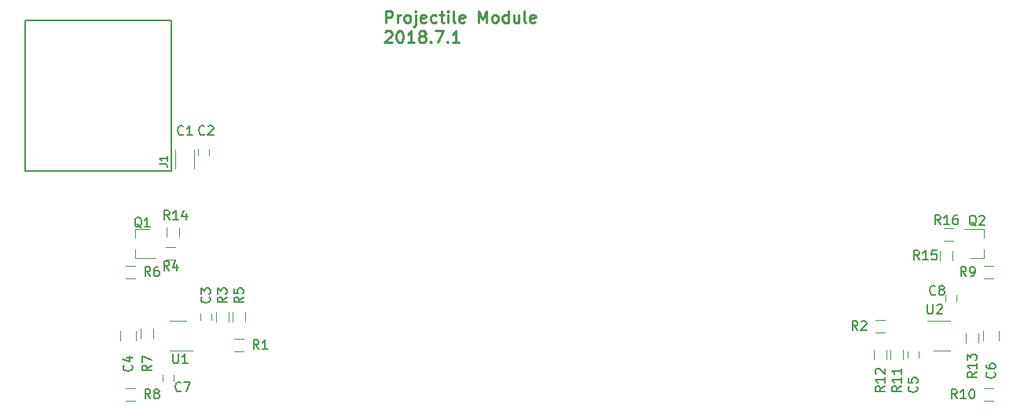
<source format=gbr>
G04 #@! TF.FileFunction,Legend,Top*
%FSLAX46Y46*%
G04 Gerber Fmt 4.6, Leading zero omitted, Abs format (unit mm)*
G04 Created by KiCad (PCBNEW 4.0.7) date 06/27/18 15:52:41*
%MOMM*%
%LPD*%
G01*
G04 APERTURE LIST*
%ADD10C,0.150000*%
%ADD11C,0.254000*%
%ADD12C,0.149860*%
%ADD13C,0.120000*%
G04 APERTURE END LIST*
D10*
D11*
X64818381Y-26165024D02*
X64818381Y-24895024D01*
X65302190Y-24895024D01*
X65423143Y-24955500D01*
X65483619Y-25015976D01*
X65544095Y-25136929D01*
X65544095Y-25318357D01*
X65483619Y-25439310D01*
X65423143Y-25499786D01*
X65302190Y-25560262D01*
X64818381Y-25560262D01*
X66088381Y-26165024D02*
X66088381Y-25318357D01*
X66088381Y-25560262D02*
X66148857Y-25439310D01*
X66209333Y-25378833D01*
X66330286Y-25318357D01*
X66451238Y-25318357D01*
X67056000Y-26165024D02*
X66935047Y-26104548D01*
X66874571Y-26044071D01*
X66814095Y-25923119D01*
X66814095Y-25560262D01*
X66874571Y-25439310D01*
X66935047Y-25378833D01*
X67056000Y-25318357D01*
X67237428Y-25318357D01*
X67358380Y-25378833D01*
X67418857Y-25439310D01*
X67479333Y-25560262D01*
X67479333Y-25923119D01*
X67418857Y-26044071D01*
X67358380Y-26104548D01*
X67237428Y-26165024D01*
X67056000Y-26165024D01*
X68023619Y-25318357D02*
X68023619Y-26406929D01*
X67963143Y-26527881D01*
X67842190Y-26588357D01*
X67781714Y-26588357D01*
X68023619Y-24895024D02*
X67963143Y-24955500D01*
X68023619Y-25015976D01*
X68084095Y-24955500D01*
X68023619Y-24895024D01*
X68023619Y-25015976D01*
X69112190Y-26104548D02*
X68991238Y-26165024D01*
X68749333Y-26165024D01*
X68628381Y-26104548D01*
X68567905Y-25983595D01*
X68567905Y-25499786D01*
X68628381Y-25378833D01*
X68749333Y-25318357D01*
X68991238Y-25318357D01*
X69112190Y-25378833D01*
X69172667Y-25499786D01*
X69172667Y-25620738D01*
X68567905Y-25741690D01*
X70261238Y-26104548D02*
X70140285Y-26165024D01*
X69898381Y-26165024D01*
X69777428Y-26104548D01*
X69716952Y-26044071D01*
X69656476Y-25923119D01*
X69656476Y-25560262D01*
X69716952Y-25439310D01*
X69777428Y-25378833D01*
X69898381Y-25318357D01*
X70140285Y-25318357D01*
X70261238Y-25378833D01*
X70624094Y-25318357D02*
X71107904Y-25318357D01*
X70805523Y-24895024D02*
X70805523Y-25983595D01*
X70865999Y-26104548D01*
X70986952Y-26165024D01*
X71107904Y-26165024D01*
X71531237Y-26165024D02*
X71531237Y-25318357D01*
X71531237Y-24895024D02*
X71470761Y-24955500D01*
X71531237Y-25015976D01*
X71591713Y-24955500D01*
X71531237Y-24895024D01*
X71531237Y-25015976D01*
X72317428Y-26165024D02*
X72196475Y-26104548D01*
X72135999Y-25983595D01*
X72135999Y-24895024D01*
X73285046Y-26104548D02*
X73164094Y-26165024D01*
X72922189Y-26165024D01*
X72801237Y-26104548D01*
X72740761Y-25983595D01*
X72740761Y-25499786D01*
X72801237Y-25378833D01*
X72922189Y-25318357D01*
X73164094Y-25318357D01*
X73285046Y-25378833D01*
X73345523Y-25499786D01*
X73345523Y-25620738D01*
X72740761Y-25741690D01*
X74857427Y-26165024D02*
X74857427Y-24895024D01*
X75280760Y-25802167D01*
X75704094Y-24895024D01*
X75704094Y-26165024D01*
X76490285Y-26165024D02*
X76369332Y-26104548D01*
X76308856Y-26044071D01*
X76248380Y-25923119D01*
X76248380Y-25560262D01*
X76308856Y-25439310D01*
X76369332Y-25378833D01*
X76490285Y-25318357D01*
X76671713Y-25318357D01*
X76792665Y-25378833D01*
X76853142Y-25439310D01*
X76913618Y-25560262D01*
X76913618Y-25923119D01*
X76853142Y-26044071D01*
X76792665Y-26104548D01*
X76671713Y-26165024D01*
X76490285Y-26165024D01*
X78002190Y-26165024D02*
X78002190Y-24895024D01*
X78002190Y-26104548D02*
X77881237Y-26165024D01*
X77639333Y-26165024D01*
X77518380Y-26104548D01*
X77457904Y-26044071D01*
X77397428Y-25923119D01*
X77397428Y-25560262D01*
X77457904Y-25439310D01*
X77518380Y-25378833D01*
X77639333Y-25318357D01*
X77881237Y-25318357D01*
X78002190Y-25378833D01*
X79151238Y-25318357D02*
X79151238Y-26165024D01*
X78606952Y-25318357D02*
X78606952Y-25983595D01*
X78667428Y-26104548D01*
X78788381Y-26165024D01*
X78969809Y-26165024D01*
X79090761Y-26104548D01*
X79151238Y-26044071D01*
X79937429Y-26165024D02*
X79816476Y-26104548D01*
X79756000Y-25983595D01*
X79756000Y-24895024D01*
X80905047Y-26104548D02*
X80784095Y-26165024D01*
X80542190Y-26165024D01*
X80421238Y-26104548D01*
X80360762Y-25983595D01*
X80360762Y-25499786D01*
X80421238Y-25378833D01*
X80542190Y-25318357D01*
X80784095Y-25318357D01*
X80905047Y-25378833D01*
X80965524Y-25499786D01*
X80965524Y-25620738D01*
X80360762Y-25741690D01*
X64757905Y-27174976D02*
X64818381Y-27114500D01*
X64939333Y-27054024D01*
X65241714Y-27054024D01*
X65362667Y-27114500D01*
X65423143Y-27174976D01*
X65483619Y-27295929D01*
X65483619Y-27416881D01*
X65423143Y-27598310D01*
X64697429Y-28324024D01*
X65483619Y-28324024D01*
X66269810Y-27054024D02*
X66390762Y-27054024D01*
X66511714Y-27114500D01*
X66572191Y-27174976D01*
X66632667Y-27295929D01*
X66693143Y-27537833D01*
X66693143Y-27840214D01*
X66632667Y-28082119D01*
X66572191Y-28203071D01*
X66511714Y-28263548D01*
X66390762Y-28324024D01*
X66269810Y-28324024D01*
X66148857Y-28263548D01*
X66088381Y-28203071D01*
X66027905Y-28082119D01*
X65967429Y-27840214D01*
X65967429Y-27537833D01*
X66027905Y-27295929D01*
X66088381Y-27174976D01*
X66148857Y-27114500D01*
X66269810Y-27054024D01*
X67902667Y-28324024D02*
X67176953Y-28324024D01*
X67539810Y-28324024D02*
X67539810Y-27054024D01*
X67418858Y-27235452D01*
X67297905Y-27356405D01*
X67176953Y-27416881D01*
X68628382Y-27598310D02*
X68507429Y-27537833D01*
X68446953Y-27477357D01*
X68386477Y-27356405D01*
X68386477Y-27295929D01*
X68446953Y-27174976D01*
X68507429Y-27114500D01*
X68628382Y-27054024D01*
X68870286Y-27054024D01*
X68991239Y-27114500D01*
X69051715Y-27174976D01*
X69112191Y-27295929D01*
X69112191Y-27356405D01*
X69051715Y-27477357D01*
X68991239Y-27537833D01*
X68870286Y-27598310D01*
X68628382Y-27598310D01*
X68507429Y-27658786D01*
X68446953Y-27719262D01*
X68386477Y-27840214D01*
X68386477Y-28082119D01*
X68446953Y-28203071D01*
X68507429Y-28263548D01*
X68628382Y-28324024D01*
X68870286Y-28324024D01*
X68991239Y-28263548D01*
X69051715Y-28203071D01*
X69112191Y-28082119D01*
X69112191Y-27840214D01*
X69051715Y-27719262D01*
X68991239Y-27658786D01*
X68870286Y-27598310D01*
X69656477Y-28203071D02*
X69716953Y-28263548D01*
X69656477Y-28324024D01*
X69596001Y-28263548D01*
X69656477Y-28203071D01*
X69656477Y-28324024D01*
X70140287Y-27054024D02*
X70986953Y-27054024D01*
X70442668Y-28324024D01*
X71470763Y-28203071D02*
X71531239Y-28263548D01*
X71470763Y-28324024D01*
X71410287Y-28263548D01*
X71470763Y-28203071D01*
X71470763Y-28324024D01*
X72740763Y-28324024D02*
X72015049Y-28324024D01*
X72377906Y-28324024D02*
X72377906Y-27054024D01*
X72256954Y-27235452D01*
X72136001Y-27356405D01*
X72015049Y-27416881D01*
D12*
X25962000Y-25906000D02*
X41712000Y-25906000D01*
X41712000Y-25906000D02*
X41712000Y-42166000D01*
X41712000Y-42166000D02*
X25962000Y-42166000D01*
X25962000Y-42166000D02*
X25962000Y-25906000D01*
D13*
X44612000Y-40482000D02*
X44612000Y-39782000D01*
X45812000Y-39782000D02*
X45812000Y-40482000D01*
X44200000Y-41894000D02*
X44200000Y-39894000D01*
X42160000Y-39894000D02*
X42160000Y-41894000D01*
X37848000Y-48458000D02*
X37848000Y-49388000D01*
X37848000Y-51618000D02*
X37848000Y-50688000D01*
X37848000Y-51618000D02*
X40008000Y-51618000D01*
X37848000Y-48458000D02*
X39308000Y-48458000D01*
X46066000Y-57562000D02*
X46066000Y-58262000D01*
X44866000Y-58262000D02*
X44866000Y-57562000D01*
X36234000Y-59444000D02*
X36234000Y-60444000D01*
X37934000Y-60444000D02*
X37934000Y-59444000D01*
X121066000Y-62326000D02*
X121066000Y-61626000D01*
X122266000Y-61626000D02*
X122266000Y-62326000D01*
X130898000Y-60444000D02*
X130898000Y-59444000D01*
X129198000Y-59444000D02*
X129198000Y-60444000D01*
X49522000Y-61640000D02*
X48522000Y-61640000D01*
X48522000Y-60280000D02*
X49522000Y-60280000D01*
X117610000Y-58248000D02*
X118610000Y-58248000D01*
X118610000Y-59608000D02*
X117610000Y-59608000D01*
X47924000Y-57412000D02*
X47924000Y-58412000D01*
X46564000Y-58412000D02*
X46564000Y-57412000D01*
X41156000Y-50374000D02*
X42156000Y-50374000D01*
X42156000Y-51734000D02*
X41156000Y-51734000D01*
X49702000Y-57412000D02*
X49702000Y-58412000D01*
X48342000Y-58412000D02*
X48342000Y-57412000D01*
X37838000Y-53766000D02*
X36838000Y-53766000D01*
X36838000Y-52406000D02*
X37838000Y-52406000D01*
X38436000Y-60190000D02*
X38436000Y-59190000D01*
X39796000Y-59190000D02*
X39796000Y-60190000D01*
X37838000Y-66974000D02*
X36838000Y-66974000D01*
X36838000Y-65614000D02*
X37838000Y-65614000D01*
X129294000Y-52406000D02*
X130294000Y-52406000D01*
X130294000Y-53766000D02*
X129294000Y-53766000D01*
X129294000Y-65614000D02*
X130294000Y-65614000D01*
X130294000Y-66974000D02*
X129294000Y-66974000D01*
X119208000Y-62476000D02*
X119208000Y-61476000D01*
X120568000Y-61476000D02*
X120568000Y-62476000D01*
X117430000Y-62476000D02*
X117430000Y-61476000D01*
X118790000Y-61476000D02*
X118790000Y-62476000D01*
X128696000Y-59698000D02*
X128696000Y-60698000D01*
X127336000Y-60698000D02*
X127336000Y-59698000D01*
X43318000Y-58334000D02*
X41518000Y-58334000D01*
X41518000Y-61554000D02*
X43968000Y-61554000D01*
X123814000Y-61554000D02*
X125614000Y-61554000D01*
X125614000Y-58334000D02*
X123164000Y-58334000D01*
X42590000Y-48268000D02*
X42590000Y-49268000D01*
X41230000Y-49268000D02*
X41230000Y-48268000D01*
X129284000Y-51618000D02*
X129284000Y-50688000D01*
X129284000Y-48458000D02*
X129284000Y-49388000D01*
X129284000Y-48458000D02*
X127124000Y-48458000D01*
X129284000Y-51618000D02*
X127824000Y-51618000D01*
X124542000Y-51808000D02*
X124542000Y-50808000D01*
X125902000Y-50808000D02*
X125902000Y-51808000D01*
X124976000Y-48342000D02*
X125976000Y-48342000D01*
X125976000Y-49702000D02*
X124976000Y-49702000D01*
X40802000Y-64866000D02*
X40802000Y-64166000D01*
X42002000Y-64166000D02*
X42002000Y-64866000D01*
X126330000Y-55530000D02*
X126330000Y-56230000D01*
X125130000Y-56230000D02*
X125130000Y-55530000D01*
D10*
X40455905Y-41414666D02*
X41027333Y-41414666D01*
X41141619Y-41452762D01*
X41217810Y-41528952D01*
X41255905Y-41643238D01*
X41255905Y-41719428D01*
X41255905Y-40614666D02*
X41255905Y-41071809D01*
X41255905Y-40843238D02*
X40455905Y-40843238D01*
X40570190Y-40919428D01*
X40646381Y-40995619D01*
X40684476Y-41071809D01*
X45299334Y-38203143D02*
X45251715Y-38250762D01*
X45108858Y-38298381D01*
X45013620Y-38298381D01*
X44870762Y-38250762D01*
X44775524Y-38155524D01*
X44727905Y-38060286D01*
X44680286Y-37869810D01*
X44680286Y-37726952D01*
X44727905Y-37536476D01*
X44775524Y-37441238D01*
X44870762Y-37346000D01*
X45013620Y-37298381D01*
X45108858Y-37298381D01*
X45251715Y-37346000D01*
X45299334Y-37393619D01*
X45680286Y-37393619D02*
X45727905Y-37346000D01*
X45823143Y-37298381D01*
X46061239Y-37298381D01*
X46156477Y-37346000D01*
X46204096Y-37393619D01*
X46251715Y-37488857D01*
X46251715Y-37584095D01*
X46204096Y-37726952D01*
X45632667Y-38298381D01*
X46251715Y-38298381D01*
X43013334Y-38203143D02*
X42965715Y-38250762D01*
X42822858Y-38298381D01*
X42727620Y-38298381D01*
X42584762Y-38250762D01*
X42489524Y-38155524D01*
X42441905Y-38060286D01*
X42394286Y-37869810D01*
X42394286Y-37726952D01*
X42441905Y-37536476D01*
X42489524Y-37441238D01*
X42584762Y-37346000D01*
X42727620Y-37298381D01*
X42822858Y-37298381D01*
X42965715Y-37346000D01*
X43013334Y-37393619D01*
X43965715Y-38298381D02*
X43394286Y-38298381D01*
X43680000Y-38298381D02*
X43680000Y-37298381D01*
X43584762Y-37441238D01*
X43489524Y-37536476D01*
X43394286Y-37584095D01*
X38512762Y-48299619D02*
X38417524Y-48252000D01*
X38322286Y-48156762D01*
X38179429Y-48013905D01*
X38084190Y-47966286D01*
X37988952Y-47966286D01*
X38036571Y-48204381D02*
X37941333Y-48156762D01*
X37846095Y-48061524D01*
X37798476Y-47871048D01*
X37798476Y-47537714D01*
X37846095Y-47347238D01*
X37941333Y-47252000D01*
X38036571Y-47204381D01*
X38227048Y-47204381D01*
X38322286Y-47252000D01*
X38417524Y-47347238D01*
X38465143Y-47537714D01*
X38465143Y-47871048D01*
X38417524Y-48061524D01*
X38322286Y-48156762D01*
X38227048Y-48204381D01*
X38036571Y-48204381D01*
X39417524Y-48204381D02*
X38846095Y-48204381D01*
X39131809Y-48204381D02*
X39131809Y-47204381D01*
X39036571Y-47347238D01*
X38941333Y-47442476D01*
X38846095Y-47490095D01*
X45823143Y-55792666D02*
X45870762Y-55840285D01*
X45918381Y-55983142D01*
X45918381Y-56078380D01*
X45870762Y-56221238D01*
X45775524Y-56316476D01*
X45680286Y-56364095D01*
X45489810Y-56411714D01*
X45346952Y-56411714D01*
X45156476Y-56364095D01*
X45061238Y-56316476D01*
X44966000Y-56221238D01*
X44918381Y-56078380D01*
X44918381Y-55983142D01*
X44966000Y-55840285D01*
X45013619Y-55792666D01*
X44918381Y-55459333D02*
X44918381Y-54840285D01*
X45299333Y-55173619D01*
X45299333Y-55030761D01*
X45346952Y-54935523D01*
X45394571Y-54887904D01*
X45489810Y-54840285D01*
X45727905Y-54840285D01*
X45823143Y-54887904D01*
X45870762Y-54935523D01*
X45918381Y-55030761D01*
X45918381Y-55316476D01*
X45870762Y-55411714D01*
X45823143Y-55459333D01*
X37441143Y-63158666D02*
X37488762Y-63206285D01*
X37536381Y-63349142D01*
X37536381Y-63444380D01*
X37488762Y-63587238D01*
X37393524Y-63682476D01*
X37298286Y-63730095D01*
X37107810Y-63777714D01*
X36964952Y-63777714D01*
X36774476Y-63730095D01*
X36679238Y-63682476D01*
X36584000Y-63587238D01*
X36536381Y-63444380D01*
X36536381Y-63349142D01*
X36584000Y-63206285D01*
X36631619Y-63158666D01*
X36869714Y-62301523D02*
X37536381Y-62301523D01*
X36488762Y-62539619D02*
X37203048Y-62777714D01*
X37203048Y-62158666D01*
X122023143Y-65444666D02*
X122070762Y-65492285D01*
X122118381Y-65635142D01*
X122118381Y-65730380D01*
X122070762Y-65873238D01*
X121975524Y-65968476D01*
X121880286Y-66016095D01*
X121689810Y-66063714D01*
X121546952Y-66063714D01*
X121356476Y-66016095D01*
X121261238Y-65968476D01*
X121166000Y-65873238D01*
X121118381Y-65730380D01*
X121118381Y-65635142D01*
X121166000Y-65492285D01*
X121213619Y-65444666D01*
X121118381Y-64539904D02*
X121118381Y-65016095D01*
X121594571Y-65063714D01*
X121546952Y-65016095D01*
X121499333Y-64920857D01*
X121499333Y-64682761D01*
X121546952Y-64587523D01*
X121594571Y-64539904D01*
X121689810Y-64492285D01*
X121927905Y-64492285D01*
X122023143Y-64539904D01*
X122070762Y-64587523D01*
X122118381Y-64682761D01*
X122118381Y-64920857D01*
X122070762Y-65016095D01*
X122023143Y-65063714D01*
X130405143Y-63920666D02*
X130452762Y-63968285D01*
X130500381Y-64111142D01*
X130500381Y-64206380D01*
X130452762Y-64349238D01*
X130357524Y-64444476D01*
X130262286Y-64492095D01*
X130071810Y-64539714D01*
X129928952Y-64539714D01*
X129738476Y-64492095D01*
X129643238Y-64444476D01*
X129548000Y-64349238D01*
X129500381Y-64206380D01*
X129500381Y-64111142D01*
X129548000Y-63968285D01*
X129595619Y-63920666D01*
X129500381Y-63063523D02*
X129500381Y-63254000D01*
X129548000Y-63349238D01*
X129595619Y-63396857D01*
X129738476Y-63492095D01*
X129928952Y-63539714D01*
X130309905Y-63539714D01*
X130405143Y-63492095D01*
X130452762Y-63444476D01*
X130500381Y-63349238D01*
X130500381Y-63158761D01*
X130452762Y-63063523D01*
X130405143Y-63015904D01*
X130309905Y-62968285D01*
X130071810Y-62968285D01*
X129976571Y-63015904D01*
X129928952Y-63063523D01*
X129881333Y-63158761D01*
X129881333Y-63349238D01*
X129928952Y-63444476D01*
X129976571Y-63492095D01*
X130071810Y-63539714D01*
X51141334Y-61412381D02*
X50808000Y-60936190D01*
X50569905Y-61412381D02*
X50569905Y-60412381D01*
X50950858Y-60412381D01*
X51046096Y-60460000D01*
X51093715Y-60507619D01*
X51141334Y-60602857D01*
X51141334Y-60745714D01*
X51093715Y-60840952D01*
X51046096Y-60888571D01*
X50950858Y-60936190D01*
X50569905Y-60936190D01*
X52093715Y-61412381D02*
X51522286Y-61412381D01*
X51808000Y-61412381D02*
X51808000Y-60412381D01*
X51712762Y-60555238D01*
X51617524Y-60650476D01*
X51522286Y-60698095D01*
X115657334Y-59380381D02*
X115324000Y-58904190D01*
X115085905Y-59380381D02*
X115085905Y-58380381D01*
X115466858Y-58380381D01*
X115562096Y-58428000D01*
X115609715Y-58475619D01*
X115657334Y-58570857D01*
X115657334Y-58713714D01*
X115609715Y-58808952D01*
X115562096Y-58856571D01*
X115466858Y-58904190D01*
X115085905Y-58904190D01*
X116038286Y-58475619D02*
X116085905Y-58428000D01*
X116181143Y-58380381D01*
X116419239Y-58380381D01*
X116514477Y-58428000D01*
X116562096Y-58475619D01*
X116609715Y-58570857D01*
X116609715Y-58666095D01*
X116562096Y-58808952D01*
X115990667Y-59380381D01*
X116609715Y-59380381D01*
X47696381Y-55792666D02*
X47220190Y-56126000D01*
X47696381Y-56364095D02*
X46696381Y-56364095D01*
X46696381Y-55983142D01*
X46744000Y-55887904D01*
X46791619Y-55840285D01*
X46886857Y-55792666D01*
X47029714Y-55792666D01*
X47124952Y-55840285D01*
X47172571Y-55887904D01*
X47220190Y-55983142D01*
X47220190Y-56364095D01*
X46696381Y-55459333D02*
X46696381Y-54840285D01*
X47077333Y-55173619D01*
X47077333Y-55030761D01*
X47124952Y-54935523D01*
X47172571Y-54887904D01*
X47267810Y-54840285D01*
X47505905Y-54840285D01*
X47601143Y-54887904D01*
X47648762Y-54935523D01*
X47696381Y-55030761D01*
X47696381Y-55316476D01*
X47648762Y-55411714D01*
X47601143Y-55459333D01*
X41489334Y-52903381D02*
X41156000Y-52427190D01*
X40917905Y-52903381D02*
X40917905Y-51903381D01*
X41298858Y-51903381D01*
X41394096Y-51951000D01*
X41441715Y-51998619D01*
X41489334Y-52093857D01*
X41489334Y-52236714D01*
X41441715Y-52331952D01*
X41394096Y-52379571D01*
X41298858Y-52427190D01*
X40917905Y-52427190D01*
X42346477Y-52236714D02*
X42346477Y-52903381D01*
X42108381Y-51855762D02*
X41870286Y-52570048D01*
X42489334Y-52570048D01*
X49474381Y-55792666D02*
X48998190Y-56126000D01*
X49474381Y-56364095D02*
X48474381Y-56364095D01*
X48474381Y-55983142D01*
X48522000Y-55887904D01*
X48569619Y-55840285D01*
X48664857Y-55792666D01*
X48807714Y-55792666D01*
X48902952Y-55840285D01*
X48950571Y-55887904D01*
X48998190Y-55983142D01*
X48998190Y-56364095D01*
X48474381Y-54887904D02*
X48474381Y-55364095D01*
X48950571Y-55411714D01*
X48902952Y-55364095D01*
X48855333Y-55268857D01*
X48855333Y-55030761D01*
X48902952Y-54935523D01*
X48950571Y-54887904D01*
X49045810Y-54840285D01*
X49283905Y-54840285D01*
X49379143Y-54887904D01*
X49426762Y-54935523D01*
X49474381Y-55030761D01*
X49474381Y-55268857D01*
X49426762Y-55364095D01*
X49379143Y-55411714D01*
X39457334Y-53538381D02*
X39124000Y-53062190D01*
X38885905Y-53538381D02*
X38885905Y-52538381D01*
X39266858Y-52538381D01*
X39362096Y-52586000D01*
X39409715Y-52633619D01*
X39457334Y-52728857D01*
X39457334Y-52871714D01*
X39409715Y-52966952D01*
X39362096Y-53014571D01*
X39266858Y-53062190D01*
X38885905Y-53062190D01*
X40314477Y-52538381D02*
X40124000Y-52538381D01*
X40028762Y-52586000D01*
X39981143Y-52633619D01*
X39885905Y-52776476D01*
X39838286Y-52966952D01*
X39838286Y-53347905D01*
X39885905Y-53443143D01*
X39933524Y-53490762D01*
X40028762Y-53538381D01*
X40219239Y-53538381D01*
X40314477Y-53490762D01*
X40362096Y-53443143D01*
X40409715Y-53347905D01*
X40409715Y-53109810D01*
X40362096Y-53014571D01*
X40314477Y-52966952D01*
X40219239Y-52919333D01*
X40028762Y-52919333D01*
X39933524Y-52966952D01*
X39885905Y-53014571D01*
X39838286Y-53109810D01*
X39568381Y-63158666D02*
X39092190Y-63492000D01*
X39568381Y-63730095D02*
X38568381Y-63730095D01*
X38568381Y-63349142D01*
X38616000Y-63253904D01*
X38663619Y-63206285D01*
X38758857Y-63158666D01*
X38901714Y-63158666D01*
X38996952Y-63206285D01*
X39044571Y-63253904D01*
X39092190Y-63349142D01*
X39092190Y-63730095D01*
X38568381Y-62825333D02*
X38568381Y-62158666D01*
X39568381Y-62587238D01*
X39457334Y-66746381D02*
X39124000Y-66270190D01*
X38885905Y-66746381D02*
X38885905Y-65746381D01*
X39266858Y-65746381D01*
X39362096Y-65794000D01*
X39409715Y-65841619D01*
X39457334Y-65936857D01*
X39457334Y-66079714D01*
X39409715Y-66174952D01*
X39362096Y-66222571D01*
X39266858Y-66270190D01*
X38885905Y-66270190D01*
X40028762Y-66174952D02*
X39933524Y-66127333D01*
X39885905Y-66079714D01*
X39838286Y-65984476D01*
X39838286Y-65936857D01*
X39885905Y-65841619D01*
X39933524Y-65794000D01*
X40028762Y-65746381D01*
X40219239Y-65746381D01*
X40314477Y-65794000D01*
X40362096Y-65841619D01*
X40409715Y-65936857D01*
X40409715Y-65984476D01*
X40362096Y-66079714D01*
X40314477Y-66127333D01*
X40219239Y-66174952D01*
X40028762Y-66174952D01*
X39933524Y-66222571D01*
X39885905Y-66270190D01*
X39838286Y-66365429D01*
X39838286Y-66555905D01*
X39885905Y-66651143D01*
X39933524Y-66698762D01*
X40028762Y-66746381D01*
X40219239Y-66746381D01*
X40314477Y-66698762D01*
X40362096Y-66651143D01*
X40409715Y-66555905D01*
X40409715Y-66365429D01*
X40362096Y-66270190D01*
X40314477Y-66222571D01*
X40219239Y-66174952D01*
X127341334Y-53538381D02*
X127008000Y-53062190D01*
X126769905Y-53538381D02*
X126769905Y-52538381D01*
X127150858Y-52538381D01*
X127246096Y-52586000D01*
X127293715Y-52633619D01*
X127341334Y-52728857D01*
X127341334Y-52871714D01*
X127293715Y-52966952D01*
X127246096Y-53014571D01*
X127150858Y-53062190D01*
X126769905Y-53062190D01*
X127817524Y-53538381D02*
X128008000Y-53538381D01*
X128103239Y-53490762D01*
X128150858Y-53443143D01*
X128246096Y-53300286D01*
X128293715Y-53109810D01*
X128293715Y-52728857D01*
X128246096Y-52633619D01*
X128198477Y-52586000D01*
X128103239Y-52538381D01*
X127912762Y-52538381D01*
X127817524Y-52586000D01*
X127769905Y-52633619D01*
X127722286Y-52728857D01*
X127722286Y-52966952D01*
X127769905Y-53062190D01*
X127817524Y-53109810D01*
X127912762Y-53157429D01*
X128103239Y-53157429D01*
X128198477Y-53109810D01*
X128246096Y-53062190D01*
X128293715Y-52966952D01*
X126357143Y-66746381D02*
X126023809Y-66270190D01*
X125785714Y-66746381D02*
X125785714Y-65746381D01*
X126166667Y-65746381D01*
X126261905Y-65794000D01*
X126309524Y-65841619D01*
X126357143Y-65936857D01*
X126357143Y-66079714D01*
X126309524Y-66174952D01*
X126261905Y-66222571D01*
X126166667Y-66270190D01*
X125785714Y-66270190D01*
X127309524Y-66746381D02*
X126738095Y-66746381D01*
X127023809Y-66746381D02*
X127023809Y-65746381D01*
X126928571Y-65889238D01*
X126833333Y-65984476D01*
X126738095Y-66032095D01*
X127928571Y-65746381D02*
X128023810Y-65746381D01*
X128119048Y-65794000D01*
X128166667Y-65841619D01*
X128214286Y-65936857D01*
X128261905Y-66127333D01*
X128261905Y-66365429D01*
X128214286Y-66555905D01*
X128166667Y-66651143D01*
X128119048Y-66698762D01*
X128023810Y-66746381D01*
X127928571Y-66746381D01*
X127833333Y-66698762D01*
X127785714Y-66651143D01*
X127738095Y-66555905D01*
X127690476Y-66365429D01*
X127690476Y-66127333D01*
X127738095Y-65936857D01*
X127785714Y-65841619D01*
X127833333Y-65794000D01*
X127928571Y-65746381D01*
X120340381Y-65412857D02*
X119864190Y-65746191D01*
X120340381Y-65984286D02*
X119340381Y-65984286D01*
X119340381Y-65603333D01*
X119388000Y-65508095D01*
X119435619Y-65460476D01*
X119530857Y-65412857D01*
X119673714Y-65412857D01*
X119768952Y-65460476D01*
X119816571Y-65508095D01*
X119864190Y-65603333D01*
X119864190Y-65984286D01*
X120340381Y-64460476D02*
X120340381Y-65031905D01*
X120340381Y-64746191D02*
X119340381Y-64746191D01*
X119483238Y-64841429D01*
X119578476Y-64936667D01*
X119626095Y-65031905D01*
X120340381Y-63508095D02*
X120340381Y-64079524D01*
X120340381Y-63793810D02*
X119340381Y-63793810D01*
X119483238Y-63889048D01*
X119578476Y-63984286D01*
X119626095Y-64079524D01*
X118562381Y-65412857D02*
X118086190Y-65746191D01*
X118562381Y-65984286D02*
X117562381Y-65984286D01*
X117562381Y-65603333D01*
X117610000Y-65508095D01*
X117657619Y-65460476D01*
X117752857Y-65412857D01*
X117895714Y-65412857D01*
X117990952Y-65460476D01*
X118038571Y-65508095D01*
X118086190Y-65603333D01*
X118086190Y-65984286D01*
X118562381Y-64460476D02*
X118562381Y-65031905D01*
X118562381Y-64746191D02*
X117562381Y-64746191D01*
X117705238Y-64841429D01*
X117800476Y-64936667D01*
X117848095Y-65031905D01*
X117657619Y-64079524D02*
X117610000Y-64031905D01*
X117562381Y-63936667D01*
X117562381Y-63698571D01*
X117610000Y-63603333D01*
X117657619Y-63555714D01*
X117752857Y-63508095D01*
X117848095Y-63508095D01*
X117990952Y-63555714D01*
X118562381Y-64127143D01*
X118562381Y-63508095D01*
X128468381Y-63888857D02*
X127992190Y-64222191D01*
X128468381Y-64460286D02*
X127468381Y-64460286D01*
X127468381Y-64079333D01*
X127516000Y-63984095D01*
X127563619Y-63936476D01*
X127658857Y-63888857D01*
X127801714Y-63888857D01*
X127896952Y-63936476D01*
X127944571Y-63984095D01*
X127992190Y-64079333D01*
X127992190Y-64460286D01*
X128468381Y-62936476D02*
X128468381Y-63507905D01*
X128468381Y-63222191D02*
X127468381Y-63222191D01*
X127611238Y-63317429D01*
X127706476Y-63412667D01*
X127754095Y-63507905D01*
X127468381Y-62603143D02*
X127468381Y-61984095D01*
X127849333Y-62317429D01*
X127849333Y-62174571D01*
X127896952Y-62079333D01*
X127944571Y-62031714D01*
X128039810Y-61984095D01*
X128277905Y-61984095D01*
X128373143Y-62031714D01*
X128420762Y-62079333D01*
X128468381Y-62174571D01*
X128468381Y-62460286D01*
X128420762Y-62555524D01*
X128373143Y-62603143D01*
X41910095Y-61936381D02*
X41910095Y-62745905D01*
X41957714Y-62841143D01*
X42005333Y-62888762D01*
X42100571Y-62936381D01*
X42291048Y-62936381D01*
X42386286Y-62888762D01*
X42433905Y-62841143D01*
X42481524Y-62745905D01*
X42481524Y-61936381D01*
X43481524Y-62936381D02*
X42910095Y-62936381D01*
X43195809Y-62936381D02*
X43195809Y-61936381D01*
X43100571Y-62079238D01*
X43005333Y-62174476D01*
X42910095Y-62222095D01*
X123190095Y-56602381D02*
X123190095Y-57411905D01*
X123237714Y-57507143D01*
X123285333Y-57554762D01*
X123380571Y-57602381D01*
X123571048Y-57602381D01*
X123666286Y-57554762D01*
X123713905Y-57507143D01*
X123761524Y-57411905D01*
X123761524Y-56602381D01*
X124190095Y-56697619D02*
X124237714Y-56650000D01*
X124332952Y-56602381D01*
X124571048Y-56602381D01*
X124666286Y-56650000D01*
X124713905Y-56697619D01*
X124761524Y-56792857D01*
X124761524Y-56888095D01*
X124713905Y-57030952D01*
X124142476Y-57602381D01*
X124761524Y-57602381D01*
X41521143Y-47442381D02*
X41187809Y-46966190D01*
X40949714Y-47442381D02*
X40949714Y-46442381D01*
X41330667Y-46442381D01*
X41425905Y-46490000D01*
X41473524Y-46537619D01*
X41521143Y-46632857D01*
X41521143Y-46775714D01*
X41473524Y-46870952D01*
X41425905Y-46918571D01*
X41330667Y-46966190D01*
X40949714Y-46966190D01*
X42473524Y-47442381D02*
X41902095Y-47442381D01*
X42187809Y-47442381D02*
X42187809Y-46442381D01*
X42092571Y-46585238D01*
X41997333Y-46680476D01*
X41902095Y-46728095D01*
X43330667Y-46775714D02*
X43330667Y-47442381D01*
X43092571Y-46394762D02*
X42854476Y-47109048D01*
X43473524Y-47109048D01*
X128428762Y-48085619D02*
X128333524Y-48038000D01*
X128238286Y-47942762D01*
X128095429Y-47799905D01*
X128000190Y-47752286D01*
X127904952Y-47752286D01*
X127952571Y-47990381D02*
X127857333Y-47942762D01*
X127762095Y-47847524D01*
X127714476Y-47657048D01*
X127714476Y-47323714D01*
X127762095Y-47133238D01*
X127857333Y-47038000D01*
X127952571Y-46990381D01*
X128143048Y-46990381D01*
X128238286Y-47038000D01*
X128333524Y-47133238D01*
X128381143Y-47323714D01*
X128381143Y-47657048D01*
X128333524Y-47847524D01*
X128238286Y-47942762D01*
X128143048Y-47990381D01*
X127952571Y-47990381D01*
X128762095Y-47085619D02*
X128809714Y-47038000D01*
X128904952Y-46990381D01*
X129143048Y-46990381D01*
X129238286Y-47038000D01*
X129285905Y-47085619D01*
X129333524Y-47180857D01*
X129333524Y-47276095D01*
X129285905Y-47418952D01*
X128714476Y-47990381D01*
X129333524Y-47990381D01*
X122293143Y-51760381D02*
X121959809Y-51284190D01*
X121721714Y-51760381D02*
X121721714Y-50760381D01*
X122102667Y-50760381D01*
X122197905Y-50808000D01*
X122245524Y-50855619D01*
X122293143Y-50950857D01*
X122293143Y-51093714D01*
X122245524Y-51188952D01*
X122197905Y-51236571D01*
X122102667Y-51284190D01*
X121721714Y-51284190D01*
X123245524Y-51760381D02*
X122674095Y-51760381D01*
X122959809Y-51760381D02*
X122959809Y-50760381D01*
X122864571Y-50903238D01*
X122769333Y-50998476D01*
X122674095Y-51046095D01*
X124150286Y-50760381D02*
X123674095Y-50760381D01*
X123626476Y-51236571D01*
X123674095Y-51188952D01*
X123769333Y-51141333D01*
X124007429Y-51141333D01*
X124102667Y-51188952D01*
X124150286Y-51236571D01*
X124197905Y-51331810D01*
X124197905Y-51569905D01*
X124150286Y-51665143D01*
X124102667Y-51712762D01*
X124007429Y-51760381D01*
X123769333Y-51760381D01*
X123674095Y-51712762D01*
X123626476Y-51665143D01*
X124579143Y-47950381D02*
X124245809Y-47474190D01*
X124007714Y-47950381D02*
X124007714Y-46950381D01*
X124388667Y-46950381D01*
X124483905Y-46998000D01*
X124531524Y-47045619D01*
X124579143Y-47140857D01*
X124579143Y-47283714D01*
X124531524Y-47378952D01*
X124483905Y-47426571D01*
X124388667Y-47474190D01*
X124007714Y-47474190D01*
X125531524Y-47950381D02*
X124960095Y-47950381D01*
X125245809Y-47950381D02*
X125245809Y-46950381D01*
X125150571Y-47093238D01*
X125055333Y-47188476D01*
X124960095Y-47236095D01*
X126388667Y-46950381D02*
X126198190Y-46950381D01*
X126102952Y-46998000D01*
X126055333Y-47045619D01*
X125960095Y-47188476D01*
X125912476Y-47378952D01*
X125912476Y-47759905D01*
X125960095Y-47855143D01*
X126007714Y-47902762D01*
X126102952Y-47950381D01*
X126293429Y-47950381D01*
X126388667Y-47902762D01*
X126436286Y-47855143D01*
X126483905Y-47759905D01*
X126483905Y-47521810D01*
X126436286Y-47426571D01*
X126388667Y-47378952D01*
X126293429Y-47331333D01*
X126102952Y-47331333D01*
X126007714Y-47378952D01*
X125960095Y-47426571D01*
X125912476Y-47521810D01*
X42759334Y-65889143D02*
X42711715Y-65936762D01*
X42568858Y-65984381D01*
X42473620Y-65984381D01*
X42330762Y-65936762D01*
X42235524Y-65841524D01*
X42187905Y-65746286D01*
X42140286Y-65555810D01*
X42140286Y-65412952D01*
X42187905Y-65222476D01*
X42235524Y-65127238D01*
X42330762Y-65032000D01*
X42473620Y-64984381D01*
X42568858Y-64984381D01*
X42711715Y-65032000D01*
X42759334Y-65079619D01*
X43092667Y-64984381D02*
X43759334Y-64984381D01*
X43330762Y-65984381D01*
X124039334Y-55475143D02*
X123991715Y-55522762D01*
X123848858Y-55570381D01*
X123753620Y-55570381D01*
X123610762Y-55522762D01*
X123515524Y-55427524D01*
X123467905Y-55332286D01*
X123420286Y-55141810D01*
X123420286Y-54998952D01*
X123467905Y-54808476D01*
X123515524Y-54713238D01*
X123610762Y-54618000D01*
X123753620Y-54570381D01*
X123848858Y-54570381D01*
X123991715Y-54618000D01*
X124039334Y-54665619D01*
X124610762Y-54998952D02*
X124515524Y-54951333D01*
X124467905Y-54903714D01*
X124420286Y-54808476D01*
X124420286Y-54760857D01*
X124467905Y-54665619D01*
X124515524Y-54618000D01*
X124610762Y-54570381D01*
X124801239Y-54570381D01*
X124896477Y-54618000D01*
X124944096Y-54665619D01*
X124991715Y-54760857D01*
X124991715Y-54808476D01*
X124944096Y-54903714D01*
X124896477Y-54951333D01*
X124801239Y-54998952D01*
X124610762Y-54998952D01*
X124515524Y-55046571D01*
X124467905Y-55094190D01*
X124420286Y-55189429D01*
X124420286Y-55379905D01*
X124467905Y-55475143D01*
X124515524Y-55522762D01*
X124610762Y-55570381D01*
X124801239Y-55570381D01*
X124896477Y-55522762D01*
X124944096Y-55475143D01*
X124991715Y-55379905D01*
X124991715Y-55189429D01*
X124944096Y-55094190D01*
X124896477Y-55046571D01*
X124801239Y-54998952D01*
M02*

</source>
